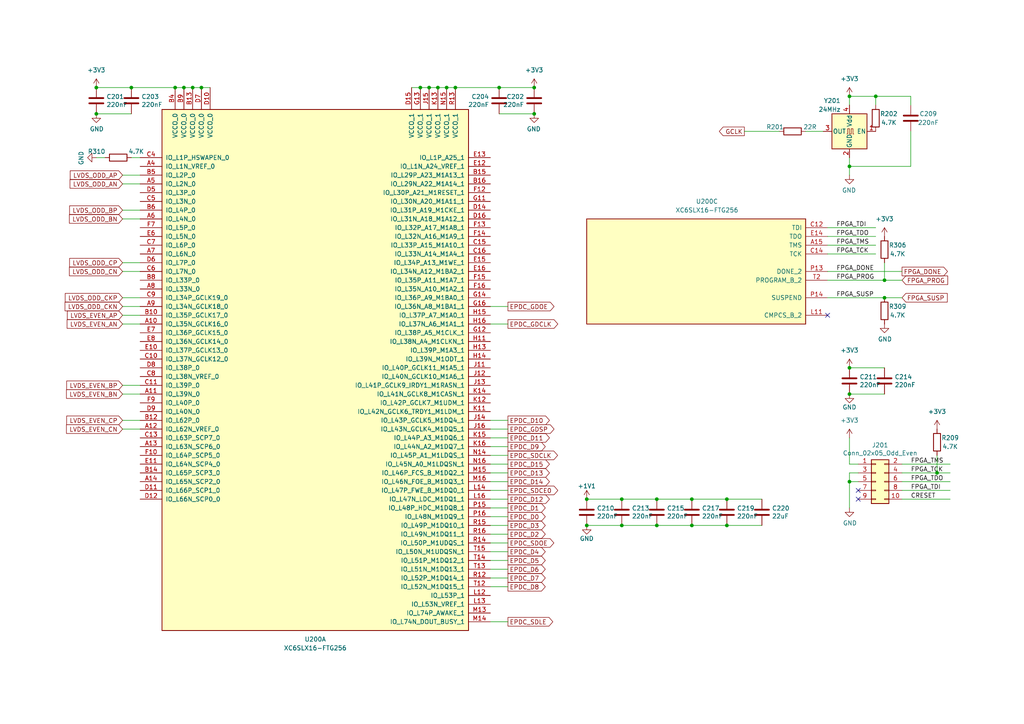
<source format=kicad_sch>
(kicad_sch (version 20211123) (generator eeschema)
  (paper "A4")
  (title_block (title "Caster EPDC") (date "2022-07-03") (rev "R0.4") (company "Copyright 2022 Modos / Engineer: Wenting Zhang"))
  (lib_symbols
    (symbol "Connector_Generic:Conn_02x05_Odd_Even" (pin_names (offset 1.016) hide)
      (property "Reference" "J" (at 1.27 7.62 0))
      (property "Value" "Conn_02x05_Odd_Even" (at 1.27 -7.62 0))
      (symbol "Conn_02x05_Odd_Even_1_1"
        (rectangle (start -1.27 -4.953) (end 0 -5.207) (stroke (width 0.1524)))
        (rectangle (start -1.27 -2.413) (end 0 -2.667) (stroke (width 0.1524)))
        (rectangle (start -1.27 0.127) (end 0 -0.127) (stroke (width 0.1524)))
        (rectangle (start -1.27 2.667) (end 0 2.413) (stroke (width 0.1524)))
        (rectangle (start -1.27 5.207) (end 0 4.953) (stroke (width 0.1524)))
        (rectangle (start -1.27 6.35) (end 3.81 -6.35) (stroke (width 0.254)) (fill (type background)))
        (rectangle (start 3.81 -4.953) (end 2.54 -5.207) (stroke (width 0.1524)))
        (rectangle (start 3.81 -2.413) (end 2.54 -2.667) (stroke (width 0.1524)))
        (rectangle (start 3.81 0.127) (end 2.54 -0.127) (stroke (width 0.1524)))
        (rectangle (start 3.81 2.667) (end 2.54 2.413) (stroke (width 0.1524)))
        (rectangle (start 3.81 5.207) (end 2.54 4.953) (stroke (width 0.1524)))
        (pin passive line (at -5.08 5.08 0) (length 3.81) (name "Pin_1") (number "1"))
        (pin passive line (at 7.62 -5.08 180) (length 3.81) (name "Pin_10") (number "10"))
        (pin passive line (at 7.62 5.08 180) (length 3.81) (name "Pin_2") (number "2"))
        (pin passive line (at -5.08 2.54 0) (length 3.81) (name "Pin_3") (number "3"))
        (pin passive line (at 7.62 2.54 180) (length 3.81) (name "Pin_4") (number "4"))
        (pin passive line (at -5.08 0 0) (length 3.81) (name "Pin_5") (number "5"))
        (pin passive line (at 7.62 0 180) (length 3.81) (name "Pin_6") (number "6"))
        (pin passive line (at -5.08 -2.54 0) (length 3.81) (name "Pin_7") (number "7"))
        (pin passive line (at 7.62 -2.54 180) (length 3.81) (name "Pin_8") (number "8"))
        (pin passive line (at -5.08 -5.08 0) (length 3.81) (name "Pin_9") (number "9"))
      )
    )
    (symbol "Device:C" (pin_numbers hide) (pin_names (offset 0.254))
      (property "Reference" "C" (at 0.635 2.54 0))
      (property "Value" "C" (at 0.635 -2.54 0))
      (symbol "C_0_1"
        (polyline (pts (xy -2.032 -0.762) (xy 2.032 -0.762)) (stroke (width 0.508)))
        (polyline (pts (xy -2.032 0.762) (xy 2.032 0.762)) (stroke (width 0.508)))
      )
      (symbol "C_1_1"
        (pin passive line (at 0 3.81 270) (length 2.794) (name "~") (number "1"))
        (pin passive line (at 0 -3.81 90) (length 2.794) (name "~") (number "2"))
      )
    )
    (symbol "Device:R" (pin_numbers hide) (pin_names (offset 0))
      (property "Reference" "R" (at 2.032 0 90))
      (property "Value" "R" (at 0 0 90))
      (symbol "R_0_1"
        (rectangle (start -1.016 -2.54) (end 1.016 2.54) (stroke (width 0.254)))
      )
      (symbol "R_1_1"
        (pin passive line (at 0 3.81 270) (length 1.27) (name "~") (number "1"))
        (pin passive line (at 0 -3.81 90) (length 1.27) (name "~") (number "2"))
      )
    )
    (symbol "FPGA_Xilinx_Spartan6:XC6SLX16-FTG256" (pin_names (offset 1.016))
      (property "Reference" "U" (at 0 1.27 0))
      (property "Value" "XC6SLX16-FTG256" (at 0 -1.27 0))
      (symbol "XC6SLX16-FTG256_1_1"
        (rectangle (start -44.45 72.39) (end 44.45 -78.74) (stroke (width 0.254)) (fill (type background)))
        (pin bidirectional line (at -50.8 10.16 0) (length 6.35) (name "IO_L35N_GCLK16_0") (number "A10"))
        (pin bidirectional line (at -50.8 -10.16 0) (length 6.35) (name "IO_L39N_0") (number "A11"))
        (pin bidirectional line (at -50.8 -20.32 0) (length 6.35) (name "IO_L62N_VREF_0") (number "A12"))
        (pin bidirectional line (at -50.8 -25.4 0) (length 6.35) (name "IO_L63N_SCP6_0") (number "A13"))
        (pin bidirectional line (at -50.8 -35.56 0) (length 6.35) (name "IO_L65N_SCP2_0") (number "A14"))
        (pin bidirectional line (at -50.8 55.88 0) (length 6.35) (name "IO_L1N_VREF_0") (number "A4"))
        (pin bidirectional line (at -50.8 50.8 0) (length 6.35) (name "IO_L2N_0") (number "A5"))
        (pin bidirectional line (at -50.8 40.64 0) (length 6.35) (name "IO_L4N_0") (number "A6"))
        (pin bidirectional line (at -50.8 30.48 0) (length 6.35) (name "IO_L6N_0") (number "A7"))
        (pin bidirectional line (at -50.8 20.32 0) (length 6.35) (name "IO_L33N_0") (number "A8"))
        (pin bidirectional line (at -50.8 15.24 0) (length 6.35) (name "IO_L34N_GCLK18_0") (number "A9"))
        (pin bidirectional line (at -50.8 12.7 0) (length 6.35) (name "IO_L35P_GCLK17_0") (number "B10"))
        (pin bidirectional line (at -50.8 -17.78 0) (length 6.35) (name "IO_L62P_0") (number "B12"))
        (pin power_in line (at -35.56 78.74 270) (length 6.35) (name "VCCO_0") (number "B13"))
        (pin bidirectional line (at -50.8 -33.02 0) (length 6.35) (name "IO_L65P_SCP3_0") (number "B14"))
        (pin bidirectional line (at 50.8 53.34 180) (length 6.35) (name "IO_L29P_A23_M1A13_1") (number "B15"))
        (pin bidirectional line (at 50.8 50.8 180) (length 6.35) (name "IO_L29N_A22_M1A14_1") (number "B16"))
        (pin power_in line (at -40.64 78.74 270) (length 6.35) (name "VCCO_0") (number "B4"))
        (pin bidirectional line (at -50.8 53.34 0) (length 6.35) (name "IO_L2P_0") (number "B5"))
        (pin bidirectional line (at -50.8 43.18 0) (length 6.35) (name "IO_L4P_0") (number "B6"))
        (pin bidirectional line (at -50.8 22.86 0) (length 6.35) (name "IO_L33P_0") (number "B8"))
        (pin power_in line (at -38.1 78.74 270) (length 6.35) (name "VCCO_0") (number "B9"))
        (pin bidirectional line (at -50.8 0 0) (length 6.35) (name "IO_L37N_GCLK12_0") (number "C10"))
        (pin bidirectional line (at -50.8 -7.62 0) (length 6.35) (name "IO_L39P_0") (number "C11"))
        (pin bidirectional line (at -50.8 -22.86 0) (length 6.35) (name "IO_L63P_SCP7_0") (number "C13"))
        (pin bidirectional line (at 50.8 33.02 180) (length 6.35) (name "IO_L33P_A15_M1A10_1") (number "C15"))
        (pin bidirectional line (at 50.8 30.48 180) (length 6.35) (name "IO_L33N_A14_M1A4_1") (number "C16"))
        (pin bidirectional line (at -50.8 58.42 0) (length 6.35) (name "IO_L1P_HSWAPEN_0") (number "C4"))
        (pin bidirectional line (at -50.8 45.72 0) (length 6.35) (name "IO_L3N_0") (number "C5"))
        (pin bidirectional line (at -50.8 25.4 0) (length 6.35) (name "IO_L7N_0") (number "C6"))
        (pin bidirectional line (at -50.8 33.02 0) (length 6.35) (name "IO_L6P_0") (number "C7"))
        (pin bidirectional line (at -50.8 -5.08 0) (length 6.35) (name "IO_L38N_VREF_0") (number "C8"))
        (pin bidirectional line (at -50.8 17.78 0) (length 6.35) (name "IO_L34P_GCLK19_0") (number "C9"))
        (pin power_in line (at -30.48 78.74 270) (length 6.35) (name "VCCO_0") (number "D10"))
        (pin bidirectional line (at -50.8 -38.1 0) (length 6.35) (name "IO_L66P_SCP1_0") (number "D11"))
        (pin bidirectional line (at -50.8 -40.64 0) (length 6.35) (name "IO_L66N_SCP0_0") (number "D12"))
        (pin bidirectional line (at 50.8 43.18 180) (length 6.35) (name "IO_L31P_A19_M1CKE_1") (number "D14"))
        (pin power_in line (at 27.94 78.74 270) (length 6.35) (name "VCCO_1") (number "D15"))
        (pin bidirectional line (at 50.8 40.64 180) (length 6.35) (name "IO_L31N_A18_M1A12_1") (number "D16"))
        (pin bidirectional line (at -50.8 48.26 0) (length 6.35) (name "IO_L3P_0") (number "D5"))
        (pin bidirectional line (at -50.8 27.94 0) (length 6.35) (name "IO_L7P_0") (number "D6"))
        (pin power_in line (at -33.02 78.74 270) (length 6.35) (name "VCCO_0") (number "D7"))
        (pin bidirectional line (at -50.8 -2.54 0) (length 6.35) (name "IO_L38P_0") (number "D8"))
        (pin bidirectional line (at -50.8 -15.24 0) (length 6.35) (name "IO_L40N_0") (number "D9"))
        (pin bidirectional line (at -50.8 2.54 0) (length 6.35) (name "IO_L37P_GCLK13_0") (number "E10"))
        (pin bidirectional line (at -50.8 -30.48 0) (length 6.35) (name "IO_L64N_SCP4_0") (number "E11"))
        (pin bidirectional line (at 50.8 55.88 180) (length 6.35) (name "IO_L1N_A24_VREF_1") (number "E12"))
        (pin bidirectional line (at 50.8 58.42 180) (length 6.35) (name "IO_L1P_A25_1") (number "E13"))
        (pin bidirectional line (at 50.8 27.94 180) (length 6.35) (name "IO_L34P_A13_M1WE_1") (number "E15"))
        (pin bidirectional line (at 50.8 25.4 180) (length 6.35) (name "IO_L34N_A12_M1BA2_1") (number "E16"))
        (pin bidirectional line (at -50.8 35.56 0) (length 6.35) (name "IO_L5N_0") (number "E6"))
        (pin bidirectional line (at -50.8 7.62 0) (length 6.35) (name "IO_L36P_GCLK15_0") (number "E7"))
        (pin bidirectional line (at -50.8 5.08 0) (length 6.35) (name "IO_L36N_GCLK14_0") (number "E8"))
        (pin bidirectional line (at -50.8 -27.94 0) (length 6.35) (name "IO_L64P_SCP5_0") (number "F10"))
        (pin bidirectional line (at 50.8 48.26 180) (length 6.35) (name "IO_L30P_A21_M1RESET_1") (number "F12"))
        (pin bidirectional line (at 50.8 38.1 180) (length 6.35) (name "IO_L32P_A17_M1A8_1") (number "F13"))
        (pin bidirectional line (at 50.8 35.56 180) (length 6.35) (name "IO_L32N_A16_M1A9_1") (number "F14"))
        (pin bidirectional line (at 50.8 22.86 180) (length 6.35) (name "IO_L35P_A11_M1A7_1") (number "F15"))
        (pin bidirectional line (at 50.8 20.32 180) (length 6.35) (name "IO_L35N_A10_M1A2_1") (number "F16"))
        (pin bidirectional line (at -50.8 38.1 0) (length 6.35) (name "IO_L5P_0") (number "F7"))
        (pin bidirectional line (at -50.8 -12.7 0) (length 6.35) (name "IO_L40P_0") (number "F9"))
        (pin bidirectional line (at 50.8 45.72 180) (length 6.35) (name "IO_L30N_A20_M1A11_1") (number "G11"))
        (pin bidirectional line (at 50.8 7.62 180) (length 6.35) (name "IO_L38P_A5_M1CLK_1") (number "G12"))
        (pin power_in line (at 30.48 78.74 270) (length 6.35) (name "VCCO_1") (number "G13"))
        (pin bidirectional line (at 50.8 17.78 180) (length 6.35) (name "IO_L36P_A9_M1BA0_1") (number "G14"))
        (pin bidirectional line (at 50.8 15.24 180) (length 6.35) (name "IO_L36N_A8_M1BA1_1") (number "G16"))
        (pin bidirectional line (at 50.8 5.08 180) (length 6.35) (name "IO_L38N_A4_M1CLKN_1") (number "H11"))
        (pin bidirectional line (at 50.8 2.54 180) (length 6.35) (name "IO_L39P_M1A3_1") (number "H13"))
        (pin bidirectional line (at 50.8 0 180) (length 6.35) (name "IO_L39N_M1ODT_1") (number "H14"))
        (pin bidirectional line (at 50.8 12.7 180) (length 6.35) (name "IO_L37P_A7_M1A0_1") (number "H15"))
        (pin bidirectional line (at 50.8 10.16 180) (length 6.35) (name "IO_L37N_A6_M1A1_1") (number "H16"))
        (pin bidirectional line (at 50.8 -2.54 180) (length 6.35) (name "IO_L40P_GCLK11_M1A5_1") (number "J11"))
        (pin bidirectional line (at 50.8 -5.08 180) (length 6.35) (name "IO_L40N_GCLK10_M1A6_1") (number "J12"))
        (pin bidirectional line (at 50.8 -7.62 180) (length 6.35) (name "IO_L41P_GCLK9_IRDY1_M1RASN_1") (number "J13"))
        (pin bidirectional line (at 50.8 -17.78 180) (length 6.35) (name "IO_L43P_GCLK5_M1DQ4_1") (number "J14"))
        (pin power_in line (at 33.02 78.74 270) (length 6.35) (name "VCCO_1") (number "J15"))
        (pin bidirectional line (at 50.8 -20.32 180) (length 6.35) (name "IO_L43N_GCLK4_M1DQ5_1") (number "J16"))
        (pin bidirectional line (at 50.8 -15.24 180) (length 6.35) (name "IO_L42N_GCLK6_TRDY1_M1LDM_1") (number "K11"))
        (pin bidirectional line (at 50.8 -12.7 180) (length 6.35) (name "IO_L42P_GCLK7_M1UDM_1") (number "K12"))
        (pin power_in line (at 35.56 78.74 270) (length 6.35) (name "VCCO_1") (number "K13"))
        (pin bidirectional line (at 50.8 -10.16 180) (length 6.35) (name "IO_L41N_GCLK8_M1CASN_1") (number "K14"))
        (pin bidirectional line (at 50.8 -22.86 180) (length 6.35) (name "IO_L44P_A3_M1DQ6_1") (number "K15"))
        (pin bidirectional line (at 50.8 -25.4 180) (length 6.35) (name "IO_L44N_A2_M1DQ7_1") (number "K16"))
        (pin bidirectional line (at 50.8 -68.58 180) (length 6.35) (name "IO_L53P_1") (number "L12"))
        (pin bidirectional line (at 50.8 -71.12 180) (length 6.35) (name "IO_L53N_VREF_1") (number "L13"))
        (pin bidirectional line (at 50.8 -38.1 180) (length 6.35) (name "IO_L47P_FWE_B_M1DQ0_1") (number "L14"))
        (pin bidirectional line (at 50.8 -40.64 180) (length 6.35) (name "IO_L47N_LDC_M1DQ1_1") (number "L16"))
        (pin bidirectional line (at 50.8 -73.66 180) (length 6.35) (name "IO_L74P_AWAKE_1") (number "M13"))
        (pin bidirectional line (at 50.8 -76.2 180) (length 6.35) (name "IO_L74N_DOUT_BUSY_1") (number "M14"))
        (pin bidirectional line (at 50.8 -33.02 180) (length 6.35) (name "IO_L46P_FCS_B_M1DQ2_1") (number "M15"))
        (pin bidirectional line (at 50.8 -35.56 180) (length 6.35) (name "IO_L46N_FOE_B_M1DQ3_1") (number "M16"))
        (pin bidirectional line (at 50.8 -27.94 180) (length 6.35) (name "IO_L45P_A1_M1LDQS_1") (number "N14"))
        (pin power_in line (at 38.1 78.74 270) (length 6.35) (name "VCCO_1") (number "N15"))
        (pin bidirectional line (at 50.8 -30.48 180) (length 6.35) (name "IO_L45N_A0_M1LDQSN_1") (number "N16"))
        (pin bidirectional line (at 50.8 -43.18 180) (length 6.35) (name "IO_L48P_HDC_M1DQ8_1") (number "P15"))
        (pin bidirectional line (at 50.8 -45.72 180) (length 6.35) (name "IO_L48N_M1DQ9_1") (number "P16"))
        (pin bidirectional line (at 50.8 -63.5 180) (length 6.35) (name "IO_L52P_M1DQ14_1") (number "R12"))
        (pin power_in line (at 40.64 78.74 270) (length 6.35) (name "VCCO_1") (number "R13"))
        (pin bidirectional line (at 50.8 -53.34 180) (length 6.35) (name "IO_L50P_M1UDQS_1") (number "R14"))
        (pin bidirectional line (at 50.8 -48.26 180) (length 6.35) (name "IO_L49P_M1DQ10_1") (number "R15"))
        (pin bidirectional line (at 50.8 -50.8 180) (length 6.35) (name "IO_L49N_M1DQ11_1") (number "R16"))
        (pin bidirectional line (at 50.8 -66.04 180) (length 6.35) (name "IO_L52N_M1DQ15_1") (number "T12"))
        (pin bidirectional line (at 50.8 -60.96 180) (length 6.35) (name "IO_L51N_M1DQ13_1") (number "T13"))
        (pin bidirectional line (at 50.8 -58.42 180) (length 6.35) (name "IO_L51P_M1DQ12_1") (number "T14"))
        (pin bidirectional line (at 50.8 -55.88 180) (length 6.35) (name "IO_L50N_M1UDQSN_1") (number "T15"))
      )
      (symbol "XC6SLX16-FTG256_2_1"
        (rectangle (start -44.45 72.39) (end 44.45 -78.74) (stroke (width 0.254)) (fill (type background)))
        (pin bidirectional line (at 50.8 -55.88 180) (length 6.35) (name "IO_L52N_M3A9_3") (number "A2"))
        (pin bidirectional line (at 50.8 -76.2 180) (length 6.35) (name "IO_L83N_VREF_3") (number "A3"))
        (pin bidirectional line (at 50.8 -45.72 180) (length 6.35) (name "IO_L50N_M3BA2_3") (number "B1"))
        (pin bidirectional line (at 50.8 -53.34 180) (length 6.35) (name "IO_L52P_M3A8_3") (number "B2"))
        (pin bidirectional line (at 50.8 -73.66 180) (length 6.35) (name "IO_L83P_3") (number "B3"))
        (pin bidirectional line (at 50.8 -43.18 180) (length 6.35) (name "IO_L50P_M3WE_3") (number "C1"))
        (pin bidirectional line (at 50.8 -35.56 180) (length 6.35) (name "IO_L48N_M3BA1_3") (number "C2"))
        (pin bidirectional line (at 50.8 -33.02 180) (length 6.35) (name "IO_L48P_M3BA0_3") (number "C3"))
        (pin bidirectional line (at 50.8 -40.64 180) (length 6.35) (name "IO_L49N_M3A2_3") (number "D1"))
        (pin power_in line (at 30.48 78.74 270) (length 6.35) (name "VCCO_3") (number "D2"))
        (pin bidirectional line (at 50.8 -38.1 180) (length 6.35) (name "IO_L49P_M3A7_3") (number "D3"))
        (pin bidirectional line (at 50.8 -25.4 180) (length 6.35) (name "IO_L46N_M3CLKN_3") (number "E1"))
        (pin bidirectional line (at 50.8 -22.86 180) (length 6.35) (name "IO_L46P_M3CLK_3") (number "E2"))
        (pin bidirectional line (at 50.8 -66.04 180) (length 6.35) (name "IO_L54N_M3A11_3") (number "E3"))
        (pin bidirectional line (at 50.8 -63.5 180) (length 6.35) (name "IO_L54P_M3RESET_3") (number "E4"))
        (pin bidirectional line (at 50.8 0 180) (length 6.35) (name "IO_L41N_GCLK26_M3DQ5_3") (number "F1"))
        (pin bidirectional line (at 50.8 2.54 180) (length 6.35) (name "IO_L41P_GCLK27_M3DQ4_3") (number "F2"))
        (pin bidirectional line (at 50.8 -60.96 180) (length 6.35) (name "IO_L53N_M3A12_3") (number "F3"))
        (pin bidirectional line (at 50.8 -58.42 180) (length 6.35) (name "IO_L53P_M3CKE_3") (number "F4"))
        (pin bidirectional line (at 50.8 -71.12 180) (length 6.35) (name "IO_L55N_M3A14_3") (number "F5"))
        (pin bidirectional line (at 50.8 -68.58 180) (length 6.35) (name "IO_L55P_M3A13_3") (number "F6"))
        (pin bidirectional line (at 50.8 5.08 180) (length 6.35) (name "IO_L40N_M3DQ7_3") (number "G1"))
        (pin bidirectional line (at 50.8 7.62 180) (length 6.35) (name "IO_L40P_M3DQ6_3") (number "G3"))
        (pin power_in line (at 33.02 78.74 270) (length 6.35) (name "VCCO_3") (number "G4"))
        (pin bidirectional line (at 50.8 -50.8 180) (length 6.35) (name "IO_L51N_M3A4_3") (number "G5"))
        (pin bidirectional line (at 50.8 -48.26 180) (length 6.35) (name "IO_L51P_M3A10_3") (number "G6"))
        (pin bidirectional line (at 50.8 10.16 180) (length 6.35) (name "IO_L39N_M3LDQSN_3") (number "H1"))
        (pin bidirectional line (at 50.8 12.7 180) (length 6.35) (name "IO_L39P_M3LDQS_3") (number "H2"))
        (pin bidirectional line (at 50.8 -15.24 180) (length 6.35) (name "IO_L44N_GCLK20_M3A6_3") (number "H3"))
        (pin bidirectional line (at 50.8 -12.7 180) (length 6.35) (name "IO_L44P_GCLK21_M3A5_3") (number "H4"))
        (pin bidirectional line (at 50.8 -10.16 180) (length 6.35) (name "IO_L43N_GCLK22_IRDY2_M3CASN_3") (number "H5"))
        (pin bidirectional line (at 50.8 15.24 180) (length 6.35) (name "IO_L38N_M3DQ3_3") (number "J1"))
        (pin power_in line (at 35.56 78.74 270) (length 6.35) (name "VCCO_3") (number "J2"))
        (pin bidirectional line (at 50.8 17.78 180) (length 6.35) (name "IO_L38P_M3DQ2_3") (number "J3"))
        (pin bidirectional line (at 50.8 -5.08 180) (length 6.35) (name "IO_L42N_GCLK24_M3LDM_3") (number "J4"))
        (pin bidirectional line (at 50.8 -7.62 180) (length 6.35) (name "IO_L43P_GCLK23_M3RASN_3") (number "J6"))
        (pin bidirectional line (at 50.8 20.32 180) (length 6.35) (name "IO_L37N_M3DQ1_3") (number "K1"))
        (pin bidirectional line (at 50.8 22.86 180) (length 6.35) (name "IO_L37P_M3DQ0_3") (number "K2"))
        (pin bidirectional line (at 50.8 -2.54 180) (length 6.35) (name "IO_L42P_GCLK25_TRDY2_M3UDM_3") (number "K3"))
        (pin power_in line (at 38.1 78.74 270) (length 6.35) (name "VCCO_3") (number "K4"))
        (pin bidirectional line (at 50.8 -27.94 180) (length 6.35) (name "IO_L47P_M3A0_3") (number "K5"))
        (pin bidirectional line (at 50.8 -30.48 180) (length 6.35) (name "IO_L47N_M3A1_3") (number "K6"))
        (pin bidirectional line (at 50.8 25.4 180) (length 6.35) (name "IO_L36N_M3DQ9_3") (number "L1"))
        (pin bidirectional line (at -50.8 27.94 0) (length 6.35) (name "IO_L16P_2") (number "L10"))
        (pin bidirectional line (at 50.8 27.94 180) (length 6.35) (name "IO_L36P_M3DQ8_3") (number "L3"))
        (pin bidirectional line (at 50.8 -17.78 180) (length 6.35) (name "IO_L45P_M3A3_3") (number "L4"))
        (pin bidirectional line (at 50.8 -20.32 180) (length 6.35) (name "IO_L45N_M3ODT_3") (number "L5"))
        (pin bidirectional line (at -50.8 -20.32 0) (length 6.35) (name "IO_L62N_D6_2") (number "L7"))
        (pin bidirectional line (at -50.8 -17.78 0) (length 6.35) (name "IO_L62P_D5_2") (number "L8"))
        (pin bidirectional line (at 50.8 30.48 180) (length 6.35) (name "IO_L35N_M3DQ11_3") (number "M1"))
        (pin bidirectional line (at -50.8 25.4 0) (length 6.35) (name "IO_L16N_VREF_2") (number "M10"))
        (pin bidirectional line (at -50.8 50.8 0) (length 6.35) (name "IO_L2N_CMPMOSI_2") (number "M11"))
        (pin bidirectional line (at -50.8 53.34 0) (length 6.35) (name "IO_L2P_CMPCLK_2") (number "M12"))
        (pin bidirectional line (at 50.8 33.02 180) (length 6.35) (name "IO_L35P_M3DQ10_3") (number "M2"))
        (pin bidirectional line (at 50.8 55.88 180) (length 6.35) (name "IO_L1N_VREF_3") (number "M3"))
        (pin bidirectional line (at 50.8 58.42 180) (length 6.35) (name "IO_L1P_3") (number "M4"))
        (pin bidirectional line (at 50.8 53.34 180) (length 6.35) (name "IO_L2P_3") (number "M5"))
        (pin bidirectional line (at -50.8 -27.94 0) (length 6.35) (name "IO_L64P_D8_2") (number "M6"))
        (pin bidirectional line (at -50.8 5.08 0) (length 6.35) (name "IO_L31N_GCLK30_D15_2") (number "M7"))
        (pin bidirectional line (at -50.8 17.78 0) (length 6.35) (name "IO_L29P_GCLK3_2") (number "M9"))
        (pin bidirectional line (at 50.8 35.56 180) (length 6.35) (name "IO_L34N_M3UDQSN_3") (number "N1"))
        (pin power_in line (at -38.1 78.74 270) (length 6.35) (name "VCCO_2") (number "N10"))
        (pin bidirectional line (at -50.8 38.1 0) (length 6.35) (name "IO_L13P_M1_2") (number "N11"))
        (pin bidirectional line (at -50.8 43.18 0) (length 6.35) (name "IO_L12P_D1_MISO2_2") (number "N12"))
        (pin power_in line (at 40.64 78.74 270) (length 6.35) (name "VCCO_3") (number "N2"))
        (pin bidirectional line (at 50.8 38.1 180) (length 6.35) (name "IO_L34P_M3UDQS_3") (number "N3"))
        (pin bidirectional line (at 50.8 50.8 180) (length 6.35) (name "IO_L2N_3") (number "N4"))
        (pin bidirectional line (at -50.8 -12.7 0) (length 6.35) (name "IO_L49P_D3_2") (number "N5"))
        (pin bidirectional line (at -50.8 -30.48 0) (length 6.35) (name "IO_L64N_D9_2") (number "N6"))
        (pin power_in line (at -40.64 78.74 270) (length 6.35) (name "VCCO_2") (number "N7"))
        (pin bidirectional line (at -50.8 15.24 0) (length 6.35) (name "IO_L29N_GCLK2_2") (number "N8"))
        (pin bidirectional line (at -50.8 33.02 0) (length 6.35) (name "IO_L14P_D11_2") (number "N9"))
        (pin bidirectional line (at 50.8 40.64 180) (length 6.35) (name "IO_L33N_M3DQ13_3") (number "P1"))
        (pin bidirectional line (at -50.8 48.26 0) (length 6.35) (name "IO_L3P_D0_DIN_MISO_MISO1_2") (number "P10"))
        (pin bidirectional line (at -50.8 35.56 0) (length 6.35) (name "IO_L13N_D10_2") (number "P11"))
        (pin bidirectional line (at -50.8 40.64 0) (length 6.35) (name "IO_L12N_D2_MISO3_2") (number "P12"))
        (pin bidirectional line (at 50.8 43.18 180) (length 6.35) (name "IO_L33P_M3DQ12_3") (number "P2"))
        (pin bidirectional line (at -50.8 -22.86 0) (length 6.35) (name "IO_L63P_2") (number "P4"))
        (pin bidirectional line (at -50.8 -15.24 0) (length 6.35) (name "IO_L49N_D4_2") (number "P5"))
        (pin bidirectional line (at -50.8 -2.54 0) (length 6.35) (name "IO_L47P_2") (number "P6"))
        (pin bidirectional line (at -50.8 7.62 0) (length 6.35) (name "IO_L31P_GCLK31_D14_2") (number "P7"))
        (pin bidirectional line (at -50.8 12.7 0) (length 6.35) (name "IO_L30P_GCLK1_D13_2") (number "P8"))
        (pin bidirectional line (at -50.8 30.48 0) (length 6.35) (name "IO_L14N_D12_2") (number "P9"))
        (pin bidirectional line (at 50.8 45.72 180) (length 6.35) (name "IO_L32N_M3DQ15_3") (number "R1"))
        (pin bidirectional line (at -50.8 58.42 0) (length 6.35) (name "IO_L1P_CCLK_2") (number "R11"))
        (pin bidirectional line (at 50.8 48.26 180) (length 6.35) (name "IO_L32P_M3DQ14_3") (number "R2"))
        (pin bidirectional line (at -50.8 -33.02 0) (length 6.35) (name "IO_L65P_INIT_B_2") (number "R3"))
        (pin power_in line (at -35.56 78.74 270) (length 6.35) (name "VCCO_2") (number "R4"))
        (pin bidirectional line (at -50.8 -7.62 0) (length 6.35) (name "IO_L48P_D7_2") (number "R5"))
        (pin bidirectional line (at -50.8 2.54 0) (length 6.35) (name "IO_L32P_GCLK29_2") (number "R7"))
        (pin power_in line (at -33.02 78.74 270) (length 6.35) (name "VCCO_2") (number "R8"))
        (pin bidirectional line (at -50.8 22.86 0) (length 6.35) (name "IO_L23P_2") (number "R9"))
        (pin bidirectional line (at -50.8 45.72 0) (length 6.35) (name "IO_L3N_MOSI_CSI_B_MISO0_2") (number "T10"))
        (pin bidirectional line (at -50.8 55.88 0) (length 6.35) (name "IO_L1N_M0_CMPMISO_2") (number "T11"))
        (pin bidirectional line (at -50.8 -35.56 0) (length 6.35) (name "IO_L65N_CSO_B_2") (number "T3"))
        (pin bidirectional line (at -50.8 -25.4 0) (length 6.35) (name "IO_L63N_2") (number "T4"))
        (pin bidirectional line (at -50.8 -10.16 0) (length 6.35) (name "IO_L48N_RDWR_B_VREF_2") (number "T5"))
        (pin bidirectional line (at -50.8 -5.08 0) (length 6.35) (name "IO_L47N_2") (number "T6"))
        (pin bidirectional line (at -50.8 0 0) (length 6.35) (name "IO_L32N_GCLK28_2") (number "T7"))
        (pin bidirectional line (at -50.8 10.16 0) (length 6.35) (name "IO_L30N_GCLK0_USERCCLK_2") (number "T8"))
        (pin bidirectional line (at -50.8 20.32 0) (length 6.35) (name "IO_L23N_2") (number "T9"))
      )
      (symbol "XC6SLX16-FTG256_3_1"
        (rectangle (start -31.75 15.24) (end 31.75 -15.24) (stroke (width 0.254)) (fill (type background)))
        (pin bidirectional line (at 38.1 7.62 180) (length 6.35) (name "TMS") (number "A15"))
        (pin bidirectional line (at 38.1 12.7 180) (length 6.35) (name "TDI") (number "C12"))
        (pin bidirectional line (at 38.1 5.08 180) (length 6.35) (name "TCK") (number "C14"))
        (pin bidirectional line (at 38.1 10.16 180) (length 6.35) (name "TDO") (number "E14"))
        (pin bidirectional line (at 38.1 -12.7 180) (length 6.35) (name "CMPCS_B_2") (number "L11"))
        (pin bidirectional line (at 38.1 0 180) (length 6.35) (name "DONE_2") (number "P13"))
        (pin bidirectional line (at 38.1 -7.62 180) (length 6.35) (name "SUSPEND") (number "P14"))
        (pin bidirectional line (at 38.1 -2.54 180) (length 6.35) (name "PROGRAM_B_2") (number "T2"))
      )
      (symbol "XC6SLX16-FTG256_4_1"
        (rectangle (start -19.05 30.48) (end 19.05 -30.48) (stroke (width 0.254)) (fill (type background)))
        (pin power_in line (at -25.4 2.54 0) (length 6.35) (name "GND") (number "A1"))
        (pin power_in line (at -25.4 0 0) (length 6.35) (name "GND") (number "A16"))
        (pin power_in line (at -25.4 -5.08 0) (length 6.35) (name "GND") (number "B11"))
        (pin power_in line (at -25.4 -2.54 0) (length 6.35) (name "GND") (number "B7"))
        (pin power_in line (at -25.4 -10.16 0) (length 6.35) (name "GND") (number "D13"))
        (pin power_in line (at -25.4 -7.62 0) (length 6.35) (name "GND") (number "D4"))
        (pin power_in line (at -25.4 27.94 0) (length 6.35) (name "VCCAUX") (number "E5"))
        (pin power_in line (at -25.4 -12.7 0) (length 6.35) (name "GND") (number "E9"))
        (pin power_in line (at -25.4 22.86 0) (length 6.35) (name "VCCAUX") (number "F11"))
        (pin power_in line (at -25.4 25.4 0) (length 6.35) (name "VCCAUX") (number "F8"))
        (pin power_in line (at -25.4 20.32 0) (length 6.35) (name "VCCAUX") (number "G10"))
        (pin power_in line (at -25.4 -20.32 0) (length 6.35) (name "GND") (number "G15"))
        (pin power_in line (at -25.4 -15.24 0) (length 6.35) (name "GND") (number "G2"))
        (pin power_in line (at 25.4 27.94 180) (length 6.35) (name "VCCINT") (number "G7"))
        (pin power_in line (at -25.4 -17.78 0) (length 6.35) (name "GND") (number "G8"))
        (pin power_in line (at 25.4 25.4 180) (length 6.35) (name "VCCINT") (number "G9"))
        (pin power_in line (at 25.4 20.32 180) (length 6.35) (name "VCCINT") (number "H10"))
        (pin power_in line (at -25.4 -27.94 0) (length 6.35) (name "GND") (number "H12"))
        (pin power_in line (at -25.4 17.78 0) (length 6.35) (name "VCCAUX") (number "H6"))
        (pin power_in line (at -25.4 -22.86 0) (length 6.35) (name "GND") (number "H7"))
        (pin power_in line (at 25.4 22.86 180) (length 6.35) (name "VCCINT") (number "H8"))
        (pin power_in line (at -25.4 -25.4 0) (length 6.35) (name "GND") (number "H9"))
        (pin power_in line (at -25.4 15.24 0) (length 6.35) (name "VCCAUX") (number "J10"))
        (pin power_in line (at 25.4 2.54 180) (length 6.35) (name "GND") (number "J5"))
        (pin power_in line (at 25.4 17.78 180) (length 6.35) (name "VCCINT") (number "J7"))
        (pin power_in line (at 25.4 0 180) (length 6.35) (name "GND") (number "J8"))
        (pin power_in line (at 25.4 15.24 180) (length 6.35) (name "VCCINT") (number "J9"))
        (pin power_in line (at 25.4 10.16 180) (length 6.35) (name "VCCINT") (number "K10"))
        (pin power_in line (at 25.4 -2.54 180) (length 6.35) (name "GND") (number "K7"))
        (pin power_in line (at 25.4 12.7 180) (length 6.35) (name "VCCINT") (number "K8"))
        (pin power_in line (at 25.4 -5.08 180) (length 6.35) (name "GND") (number "K9"))
        (pin power_in line (at 25.4 -10.16 180) (length 6.35) (name "GND") (number "L15"))
        (pin power_in line (at 25.4 -7.62 180) (length 6.35) (name "GND") (number "L2"))
        (pin power_in line (at -25.4 12.7 0) (length 6.35) (name "VCCAUX") (number "L6"))
        (pin power_in line (at -25.4 10.16 0) (length 6.35) (name "VCCAUX") (number "L9"))
        (pin power_in line (at 25.4 -12.7 180) (length 6.35) (name "GND") (number "M8"))
        (pin power_in line (at 25.4 -15.24 180) (length 6.35) (name "GND") (number "N13"))
        (pin power_in line (at 25.4 -17.78 180) (length 6.35) (name "GND") (number "P3"))
        (pin power_in line (at 25.4 -22.86 180) (length 6.35) (name "GND") (number "R10"))
        (pin power_in line (at 25.4 -20.32 180) (length 6.35) (name "GND") (number "R6"))
        (pin power_in line (at 25.4 -25.4 180) (length 6.35) (name "GND") (number "T1"))
        (pin power_in line (at 25.4 -27.94 180) (length 6.35) (name "GND") (number "T16"))
      )
    )
    (symbol "Oscillator:ASE-xxxMHz" (pin_names (offset 0.254))
      (property "Reference" "X" (at -5.08 6.35 0))
      (property "Value" "ASE-xxxMHz" (at 1.27 -6.35 0))
      (symbol "ASE-xxxMHz_0_1"
        (rectangle (start -5.08 5.08) (end 5.08 -5.08) (stroke (width 0.254)) (fill (type background)))
        (polyline (pts (xy -1.27 -0.762) (xy -1.016 -0.762) (xy -1.016 0.762) (xy -0.508 0.762) (xy -0.508 -0.762) (xy 0 -0.762) (xy 0 0.762) (xy 0.508 0.762) (xy 0.508 -0.762) (xy 0.762 -0.762)))
      )
      (symbol "ASE-xxxMHz_1_1"
        (pin input line (at -7.62 0 0) (length 2.54) (name "EN") (number "1"))
        (pin power_in line (at 0 -7.62 90) (length 2.54) (name "GND") (number "2"))
        (pin output line (at 7.62 0 180) (length 2.54) (name "OUT") (number "3"))
        (pin power_in line (at 0 7.62 270) (length 2.54) (name "Vdd") (number "4"))
      )
    )
    (symbol "power:+1V1" (power) (pin_names (offset 0))
      (property "Value" "+1V1" (at 0 3.556 0))
      (symbol "+1V1_0_1"
        (polyline (pts (xy -0.762 1.27) (xy 0 2.54)))
        (polyline (pts (xy 0 0) (xy 0 2.54)))
        (polyline (pts (xy 0 2.54) (xy 0.762 1.27)))
      )
      (symbol "+1V1_1_1"
        (pin power_in line (at 0 0 90) (length 0) hide (name "+1V1") (number "1"))
      )
    )
    (symbol "power:+3V3" (power) (pin_names (offset 0))
      (property "Value" "+3V3" (at 0 3.556 0))
      (symbol "+3V3_0_1"
        (polyline (pts (xy -0.762 1.27) (xy 0 2.54)))
        (polyline (pts (xy 0 0) (xy 0 2.54)))
        (polyline (pts (xy 0 2.54) (xy 0.762 1.27)))
      )
      (symbol "+3V3_1_1"
        (pin power_in line (at 0 0 90) (length 0) hide (name "+3V3") (number "1"))
      )
    )
    (symbol "power:GND" (power) (pin_names (offset 0))
      (property "Value" "GND" (at 0 -3.81 0))
      (symbol "GND_0_1"
        (polyline (pts (xy 0 0) (xy 0 -1.27) (xy 1.27 -1.27) (xy 0 -2.54) (xy -1.27 -1.27) (xy 0 -1.27)))
      )
      (symbol "GND_1_1"
        (pin power_in line (at 0 0 270) (length 0) hide (name "GND") (number "1"))
      )
    )
  )
  (junction (at 190.5 144.78) (diameter 0.9144))
  (junction (at 154.94 33.02))
  (junction (at 210.82 144.78))
  (junction (at 27.94 25.4))
  (junction (at 50.8 25.4))
  (junction (at 170.18 152.4) (diameter 0.9144))
  (junction (at 144.78 25.4) (diameter 0.9144))
  (junction (at 154.94 25.4))
  (junction (at 38.1 25.4) (diameter 0.9144))
  (junction (at 124.46 25.4))
  (junction (at 256.54 81.28))
  (junction (at 127 25.4))
  (junction (at 58.42 25.4))
  (junction (at 246.38 106.68))
  (junction (at 254 27.94))
  (junction (at 180.34 144.78) (diameter 0.9144))
  (junction (at 210.82 152.4))
  (junction (at 246.38 114.3))
  (junction (at 180.34 152.4) (diameter 0.9144))
  (junction (at 170.18 144.78))
  (junction (at 53.34 25.4))
  (junction (at 129.54 25.4))
  (junction (at 121.92 25.4))
  (junction (at 190.5 152.4) (diameter 0.9144))
  (junction (at 55.88 25.4))
  (junction (at 200.66 144.78) (diameter 0.9144))
  (junction (at 27.94 33.02))
  (junction (at 256.54 86.36))
  (junction (at 246.38 139.7) (diameter 0.9144))
  (junction (at 246.38 48.26))
  (junction (at 200.66 152.4) (diameter 0.9144))
  (junction (at 246.38 27.94))
  (junction (at 132.08 25.4))
  (junction (at 271.78 137.16) (diameter 0.9144))
  (no_connect (at 248.92 142.24))
  (no_connect (at 248.92 144.78))
  (no_connect (at 240.03 91.44))
  (wire (pts (xy 55.88 25.4) (xy 58.42 25.4)))
  (wire (pts (xy 58.42 25.4) (xy 60.96 25.4)))
  (wire (pts (xy 200.66 152.4) (xy 190.5 152.4)))
  (wire (pts (xy 240.03 66.04) (xy 254 66.04)))
  (wire (pts (xy 35.56 124.46) (xy 40.64 124.46)))
  (wire (pts (xy 254 27.94) (xy 254 30.48)))
  (wire (pts (xy 35.56 93.98) (xy 40.64 93.98)))
  (wire (pts (xy 154.94 25.4) (xy 144.78 25.4)))
  (wire (pts (xy 142.24 144.78) (xy 147.32 144.78)))
  (wire (pts (xy 248.92 137.16) (xy 246.38 137.16)))
  (wire (pts (xy 233.68 38.1) (xy 238.76 38.1)))
  (wire (pts (xy 254 68.58) (xy 240.03 68.58)))
  (wire (pts (xy 142.24 121.92) (xy 147.32 121.92)))
  (wire (pts (xy 142.24 154.94) (xy 147.32 154.94)))
  (wire (pts (xy 256.54 86.36) (xy 261.62 86.36)))
  (wire (pts (xy 35.56 111.76) (xy 40.64 111.76)))
  (wire (pts (xy 275.59 134.62) (xy 261.62 134.62)))
  (wire (pts (xy 142.24 167.64) (xy 147.32 167.64)))
  (wire (pts (xy 246.38 106.68) (xy 256.54 106.68)))
  (wire (pts (xy 190.5 144.78) (xy 180.34 144.78)))
  (wire (pts (xy 142.24 170.18) (xy 147.32 170.18)))
  (wire (pts (xy 35.56 60.96) (xy 40.64 60.96)))
  (wire (pts (xy 35.56 78.74) (xy 40.64 78.74)))
  (wire (pts (xy 38.1 45.72) (xy 40.64 45.72)))
  (wire (pts (xy 142.24 180.34) (xy 147.32 180.34)))
  (wire (pts (xy 256.54 76.2) (xy 256.54 81.28)))
  (wire (pts (xy 142.24 152.4) (xy 147.32 152.4)))
  (wire (pts (xy 240.03 78.74) (xy 261.62 78.74)))
  (wire (pts (xy 35.56 76.2) (xy 40.64 76.2)))
  (wire (pts (xy 246.38 48.26) (xy 246.38 50.8)))
  (wire (pts (xy 246.38 45.72) (xy 246.38 48.26)))
  (wire (pts (xy 27.94 45.72) (xy 30.48 45.72)))
  (wire (pts (xy 254 71.12) (xy 240.03 71.12)))
  (wire (pts (xy 271.78 137.16) (xy 261.62 137.16)))
  (wire (pts (xy 170.18 144.78) (xy 180.34 144.78)))
  (wire (pts (xy 142.24 165.1) (xy 147.32 165.1)))
  (wire (pts (xy 119.38 25.4) (xy 121.92 25.4)))
  (wire (pts (xy 121.92 25.4) (xy 124.46 25.4)))
  (wire (pts (xy 124.46 25.4) (xy 127 25.4)))
  (wire (pts (xy 246.38 137.16) (xy 246.38 139.7)))
  (wire (pts (xy 248.92 139.7) (xy 246.38 139.7)))
  (wire (pts (xy 35.56 86.36) (xy 40.64 86.36)))
  (wire (pts (xy 142.24 162.56) (xy 147.32 162.56)))
  (wire (pts (xy 35.56 91.44) (xy 40.64 91.44)))
  (wire (pts (xy 142.24 147.32) (xy 147.32 147.32)))
  (wire (pts (xy 35.56 121.92) (xy 40.64 121.92)))
  (wire (pts (xy 254 73.66) (xy 240.03 73.66)))
  (wire (pts (xy 264.16 27.94) (xy 254 27.94)))
  (wire (pts (xy 264.16 27.94) (xy 264.16 30.48)))
  (wire (pts (xy 246.38 139.7) (xy 246.38 147.32)))
  (wire (pts (xy 35.56 53.34) (xy 40.64 53.34)))
  (wire (pts (xy 271.78 132.08) (xy 271.78 137.16)))
  (wire (pts (xy 142.24 137.16) (xy 147.32 137.16)))
  (wire (pts (xy 35.56 63.5) (xy 40.64 63.5)))
  (wire (pts (xy 142.24 124.46) (xy 147.32 124.46)))
  (wire (pts (xy 240.03 86.36) (xy 256.54 86.36)))
  (wire (pts (xy 256.54 81.28) (xy 261.62 81.28)))
  (wire (pts (xy 142.24 149.86) (xy 147.32 149.86)))
  (wire (pts (xy 246.38 134.62) (xy 248.92 134.62)))
  (wire (pts (xy 261.62 144.78) (xy 275.59 144.78)))
  (wire (pts (xy 256.54 114.3) (xy 246.38 114.3)))
  (wire (pts (xy 215.9 38.1) (xy 226.06 38.1)))
  (wire (pts (xy 142.24 139.7) (xy 147.32 139.7)))
  (wire (pts (xy 38.1 33.02) (xy 27.94 33.02)))
  (wire (pts (xy 240.03 81.28) (xy 256.54 81.28)))
  (wire (pts (xy 142.24 88.9) (xy 147.32 88.9)))
  (wire (pts (xy 180.34 152.4) (xy 170.18 152.4)))
  (wire (pts (xy 200.66 144.78) (xy 210.82 144.78)))
  (wire (pts (xy 210.82 144.78) (xy 220.98 144.78)))
  (wire (pts (xy 142.24 134.62) (xy 147.32 134.62)))
  (wire (pts (xy 264.16 38.1) (xy 264.16 48.26)))
  (wire (pts (xy 264.16 48.26) (xy 246.38 48.26)))
  (wire (pts (xy 246.38 127) (xy 246.38 134.62)))
  (wire (pts (xy 142.24 127) (xy 147.32 127)))
  (wire (pts (xy 38.1 25.4) (xy 50.8 25.4)))
  (wire (pts (xy 50.8 25.4) (xy 53.34 25.4)))
  (wire (pts (xy 53.34 25.4) (xy 55.88 25.4)))
  (wire (pts (xy 275.59 137.16) (xy 271.78 137.16)))
  (wire (pts (xy 142.24 132.08) (xy 147.32 132.08)))
  (wire (pts (xy 35.56 114.3) (xy 40.64 114.3)))
  (wire (pts (xy 129.54 25.4) (xy 127 25.4)))
  (wire (pts (xy 132.08 25.4) (xy 129.54 25.4)))
  (wire (pts (xy 144.78 25.4) (xy 132.08 25.4)))
  (wire (pts (xy 142.24 160.02) (xy 147.32 160.02)))
  (wire (pts (xy 190.5 152.4) (xy 180.34 152.4)))
  (wire (pts (xy 275.59 142.24) (xy 261.62 142.24)))
  (wire (pts (xy 144.78 33.02) (xy 154.94 33.02)))
  (wire (pts (xy 142.24 93.98) (xy 147.32 93.98)))
  (wire (pts (xy 200.66 152.4) (xy 210.82 152.4)))
  (wire (pts (xy 210.82 152.4) (xy 220.98 152.4)))
  (wire (pts (xy 246.38 27.94) (xy 246.38 30.48)))
  (wire (pts (xy 200.66 144.78) (xy 190.5 144.78)))
  (wire (pts (xy 142.24 129.54) (xy 147.32 129.54)))
  (wire (pts (xy 246.38 27.94) (xy 254 27.94)))
  (wire (pts (xy 142.24 157.48) (xy 147.32 157.48)))
  (wire (pts (xy 27.94 25.4) (xy 38.1 25.4)))
  (wire (pts (xy 275.59 139.7) (xy 261.62 139.7)))
  (wire (pts (xy 35.56 50.8) (xy 40.64 50.8)))
  (wire (pts (xy 142.24 142.24) (xy 147.32 142.24)))
  (wire (pts (xy 35.56 88.9) (xy 40.64 88.9)))
  (label "FPGA_TMS" (at 242.57 71.12 0))
  (label "FPGA_PROG" (at 242.57 81.28 0))
  (label "FPGA_DONE" (at 242.57 78.74 0))
  (label "FPGA_TMS" (at 264.16 134.62 0))
  (label "FPGA_TCK" (at 242.57 73.66 0))
  (label "FPGA_SUSP" (at 242.57 86.36 0))
  (label "CRESET" (at 264.16 144.78 0))
  (label "FPGA_TCK" (at 264.16 137.16 0))
  (label "FPGA_TDO" (at 242.57 68.58 0))
  (label "FPGA_TDI" (at 242.57 66.04 0))
  (label "FPGA_TDI" (at 264.16 142.24 0))
  (label "FPGA_TDO" (at 264.16 139.7 0))
  (global_label "LVDS_ODD_BP" (shape input) (at 35.56 60.96 180) (property "Intersheet References" "${INTERSHEET_REFS}" (effects hide)))
  (global_label "EPDC_D6" (shape output) (at 147.32 165.1 0) (property "Intersheet References" "${INTERSHEET_REFS}" (effects hide)))
  (global_label "EPDC_SDCLK" (shape output) (at 147.32 132.08 0) (property "Intersheet References" "${INTERSHEET_REFS}" (effects hide)))
  (global_label "EPDC_D9" (shape output) (at 147.32 129.54 0) (property "Intersheet References" "${INTERSHEET_REFS}" (effects hide)))
  (global_label "LVDS_EVEN_BN" (shape input) (at 35.56 114.3 180) (property "Intersheet References" "${INTERSHEET_REFS}" (effects hide)))
  (global_label "LVDS_EVEN_CN" (shape input) (at 35.56 124.46 180) (property "Intersheet References" "${INTERSHEET_REFS}" (effects hide)))
  (global_label "EPDC_D13" (shape output) (at 147.32 137.16 0) (property "Intersheet References" "${INTERSHEET_REFS}" (effects hide)))
  (global_label "FPGA_DONE" (shape output) (at 261.62 78.74 0) (property "Intersheet References" "${INTERSHEET_REFS}" (effects hide)))
  (global_label "EPDC_D11" (shape output) (at 147.32 127 0) (property "Intersheet References" "${INTERSHEET_REFS}" (effects hide)))
  (global_label "LVDS_EVEN_AN" (shape input) (at 35.56 93.98 180) (property "Intersheet References" "${INTERSHEET_REFS}" (effects hide)))
  (global_label "EPDC_GDOE" (shape output) (at 147.32 88.9 0) (property "Intersheet References" "${INTERSHEET_REFS}" (effects hide)))
  (global_label "EPDC_D3" (shape output) (at 147.32 152.4 0) (property "Intersheet References" "${INTERSHEET_REFS}" (effects hide)))
  (global_label "EPDC_D0" (shape output) (at 147.32 149.86 0) (property "Intersheet References" "${INTERSHEET_REFS}" (effects hide)))
  (global_label "EPDC_GDSP" (shape output) (at 147.32 124.46 0) (property "Intersheet References" "${INTERSHEET_REFS}" (effects hide)))
  (global_label "EPDC_D15" (shape output) (at 147.32 134.62 0) (property "Intersheet References" "${INTERSHEET_REFS}" (effects hide)))
  (global_label "EPDC_D4" (shape output) (at 147.32 160.02 0) (property "Intersheet References" "${INTERSHEET_REFS}" (effects hide)))
  (global_label "LVDS_ODD_CP" (shape input) (at 35.56 76.2 180) (property "Intersheet References" "${INTERSHEET_REFS}" (effects hide)))
  (global_label "EPDC_SDOE" (shape output) (at 147.32 157.48 0) (property "Intersheet References" "${INTERSHEET_REFS}" (effects hide)))
  (global_label "LVDS_ODD_AP" (shape input) (at 35.56 50.8 180) (property "Intersheet References" "${INTERSHEET_REFS}" (effects hide)))
  (global_label "LVDS_ODD_CKP" (shape input) (at 35.56 86.36 180) (property "Intersheet References" "${INTERSHEET_REFS}" (effects hide)))
  (global_label "EPDC_SDCE0" (shape output) (at 147.32 142.24 0) (property "Intersheet References" "${INTERSHEET_REFS}" (effects hide)))
  (global_label "EPDC_D10" (shape output) (at 147.32 121.92 0) (property "Intersheet References" "${INTERSHEET_REFS}" (effects hide)))
  (global_label "LVDS_ODD_BN" (shape input) (at 35.56 63.5 180) (property "Intersheet References" "${INTERSHEET_REFS}" (effects hide)))
  (global_label "LVDS_ODD_CN" (shape input) (at 35.56 78.74 180) (property "Intersheet References" "${INTERSHEET_REFS}" (effects hide)))
  (global_label "FPGA_PROG" (shape input) (at 261.62 81.28 0) (property "Intersheet References" "${INTERSHEET_REFS}" (effects hide)))
  (global_label "LVDS_EVEN_BP" (shape input) (at 35.56 111.76 180) (property "Intersheet References" "${INTERSHEET_REFS}" (effects hide)))
  (global_label "GCLK" (shape output) (at 215.9 38.1 180) (property "Intersheet References" "${INTERSHEET_REFS}" (effects hide)))
  (global_label "FPGA_SUSP" (shape input) (at 261.62 86.36 0) (property "Intersheet References" "${INTERSHEET_REFS}" (effects hide)))
  (global_label "LVDS_EVEN_CP" (shape input) (at 35.56 121.92 180) (property "Intersheet References" "${INTERSHEET_REFS}" (effects hide)))
  (global_label "EPDC_D8" (shape output) (at 147.32 170.18 0) (property "Intersheet References" "${INTERSHEET_REFS}" (effects hide)))
  (global_label "LVDS_ODD_CKN" (shape input) (at 35.56 88.9 180) (property "Intersheet References" "${INTERSHEET_REFS}" (effects hide)))
  (global_label "LVDS_EVEN_AP" (shape input) (at 35.56 91.44 180) (property "Intersheet References" "${INTERSHEET_REFS}" (effects hide)))
  (global_label "EPDC_D7" (shape output) (at 147.32 167.64 0) (property "Intersheet References" "${INTERSHEET_REFS}" (effects hide)))
  (global_label "EPDC_D14" (shape output) (at 147.32 139.7 0) (property "Intersheet References" "${INTERSHEET_REFS}" (effects hide)))
  (global_label "EPDC_D2" (shape output) (at 147.32 154.94 0) (property "Intersheet References" "${INTERSHEET_REFS}" (effects hide)))
  (global_label "EPDC_SDLE" (shape output) (at 147.32 180.34 0) (property "Intersheet References" "${INTERSHEET_REFS}" (effects hide)))
  (global_label "LVDS_ODD_AN" (shape input) (at 35.56 53.34 180) (property "Intersheet References" "${INTERSHEET_REFS}" (effects hide)))
  (global_label "EPDC_D5" (shape output) (at 147.32 162.56 0) (property "Intersheet References" "${INTERSHEET_REFS}" (effects hide)))
  (global_label "EPDC_GDCLK" (shape output) (at 147.32 93.98 0) (property "Intersheet References" "${INTERSHEET_REFS}" (effects hide)))
  (global_label "EPDC_D12" (shape output) (at 147.32 144.78 0) (property "Intersheet References" "${INTERSHEET_REFS}" (effects hide)))
  (global_label "EPDC_D1" (shape output) (at 147.32 147.32 0) (property "Intersheet References" "${INTERSHEET_REFS}" (effects hide)))
  (symbol (lib_id "power:GND") (at 246.38 147.32 0) (unit 1)
    (property "Reference" "#PWR0219" (effects hide))
    (property "Value" "GND" (at 246.507 151.7142 0))
  )
  (symbol (lib_id "power:+3V3") (at 256.54 68.58 0) (unit 1)
    (property "Reference" "#PWR0312" (effects hide))
    (property "Value" "+3V3" (at 256.54 63.5 0))
  )
  (symbol (lib_id "Device:C") (at 264.16 34.29 0) (mirror x) (unit 1)
    (property "Reference" "C209" (at 269.24 33.02 0))
    (property "Value" "220nF" (at 269.24 35.56 0))
    (property "Footprint" "Capacitor_SMD:C_0402_1005Metric" (effects hide))
    (property "LCSC" "C880414" (effects hide))
    (property "Ref.Price" "0.0036" (effects hide))
  )
  (symbol (lib_id "power:GND") (at 246.38 114.3 0) (unit 1)
    (property "Reference" "#PWR0212" (effects hide))
    (property "Value" "GND" (at 246.38 118.11 0))
  )
  (symbol (lib_id "Device:R") (at 256.54 72.39 0) (mirror y) (unit 1)
    (property "Reference" "R306" (at 260.35 71.12 0))
    (property "Value" "4.7K" (at 260.35 73.66 0))
    (property "Footprint" "Resistor_SMD:R_0402_1005Metric" (effects hide))
    (property "LCSC" "C105870" (effects hide))
    (property "Ref.Price" "0.0006" (effects hide))
  )
  (symbol (lib_id "Device:C") (at 220.98 148.59 0) (unit 1)
    (property "Reference" "C220" (at 223.901 147.4216 0) (effects (justify left)))
    (property "Value" "22uF" (at 223.901 149.733 0) (effects (justify left)))
    (property "Footprint" "Capacitor_SMD:C_0603_1608Metric" (effects hide))
    (property "LCSC" "C94018" (effects hide))
    (property "Ref.Price" "0.0301" (effects hide))
  )
  (symbol (lib_id "Device:C") (at 38.1 29.21 0) (unit 1)
    (property "Reference" "C203" (at 41.021 28.0416 0) (effects (justify left)))
    (property "Value" "220nF" (at 41.021 30.353 0) (effects (justify left)))
    (property "Footprint" "Capacitor_SMD:C_0402_1005Metric" (effects hide))
    (property "LCSC" "C880414" (effects hide))
    (property "Ref.Price" "0.0036" (effects hide))
  )
  (symbol (lib_id "Device:R") (at 34.29 45.72 90) (unit 1)
    (property "Reference" "R310" (at 30.5816 43.942 90) (effects (justify left)))
    (property "Value" "4.7K" (at 41.783 43.942 90) (effects (justify left)))
    (property "Footprint" "Resistor_SMD:R_0402_1005Metric" (effects hide))
    (property "LCSC" "C105870" (effects hide))
    (property "Ref.Price" "0.0006" (effects hide))
  )
  (symbol (lib_id "power:+3V3") (at 271.78 124.46 0) (unit 1)
    (property "Reference" "#PWR0223" (effects hide))
    (property "Value" "+3V3" (at 271.78 119.38 0))
  )
  (symbol (lib_id "Device:C") (at 256.54 110.49 0) (unit 1)
    (property "Reference" "C214" (at 259.461 109.3216 0) (effects (justify left)))
    (property "Value" "220nF" (at 259.461 111.633 0) (effects (justify left)))
    (property "Footprint" "Capacitor_SMD:C_0402_1005Metric" (effects hide))
    (property "LCSC" "C880414" (effects hide))
    (property "Ref.Price" "0.0036" (effects hide))
  )
  (symbol (lib_id "power:GND") (at 170.18 152.4 0) (unit 1)
    (property "Reference" "#PWR0210" (effects hide))
    (property "Value" "GND" (at 170.18 156.21 0))
  )
  (symbol (lib_id "Device:R") (at 256.54 90.17 0) (mirror y) (unit 1)
    (property "Reference" "R309" (at 260.35 88.9 0))
    (property "Value" "4.7K" (at 260.35 91.44 0))
    (property "Footprint" "Resistor_SMD:R_0402_1005Metric" (effects hide))
    (property "LCSC" "C105870" (effects hide))
    (property "Ref.Price" "0.0006" (effects hide))
  )
  (symbol (lib_id "Device:C") (at 154.94 29.21 0) (mirror y) (unit 1)
    (property "Reference" "C202" (at 152.019 28.0416 0) (effects (justify left)))
    (property "Value" "220nF" (at 152.019 30.353 0) (effects (justify left)))
    (property "Footprint" "Capacitor_SMD:C_0402_1005Metric" (effects hide))
    (property "LCSC" "C880414" (effects hide))
    (property "Ref.Price" "0.0036" (effects hide))
  )
  (symbol (lib_id "Device:C") (at 27.94 29.21 0) (unit 1)
    (property "Reference" "C201" (at 30.861 28.0416 0) (effects (justify left)))
    (property "Value" "220nF" (at 30.861 30.353 0) (effects (justify left)))
    (property "Footprint" "Capacitor_SMD:C_0402_1005Metric" (effects hide))
    (property "LCSC" "C880414" (effects hide))
    (property "Ref.Price" "0.0036" (effects hide))
  )
  (symbol (lib_id "Device:C") (at 190.5 148.59 0) (unit 1)
    (property "Reference" "C215" (at 193.421 147.4216 0) (effects (justify left)))
    (property "Value" "220nF" (at 193.421 149.733 0) (effects (justify left)))
    (property "Footprint" "Capacitor_SMD:C_0402_1005Metric" (effects hide))
    (property "LCSC" "C880414" (effects hide))
    (property "Ref.Price" "0.0036" (effects hide))
  )
  (symbol (lib_id "power:+1V1") (at 170.18 144.78 0) (unit 1)
    (property "Reference" "#PWR0209" (effects hide))
    (property "Value" "+1V1" (at 170.18 140.97 0))
  )
  (symbol (lib_id "Device:C") (at 170.18 148.59 0) (unit 1)
    (property "Reference" "C210" (at 173.101 147.4216 0) (effects (justify left)))
    (property "Value" "220nF" (at 173.101 149.733 0) (effects (justify left)))
    (property "Footprint" "Capacitor_SMD:C_0402_1005Metric" (effects hide))
    (property "LCSC" "C880414" (effects hide))
    (property "Ref.Price" "0.0036" (effects hide))
  )
  (symbol (lib_id "power:GND") (at 154.94 33.02 0) (mirror y) (unit 1)
    (property "Reference" "#PWR0204" (effects hide))
    (property "Value" "GND" (at 154.813 37.4142 0))
  )
  (symbol (lib_id "power:GND") (at 246.38 50.8 0) (mirror y) (unit 1)
    (property "Reference" "#PWR0206" (effects hide))
    (property "Value" "GND" (at 246.253 55.1942 0))
  )
  (symbol (lib_id "Device:C") (at 200.66 148.59 0) (unit 1)
    (property "Reference" "C217" (at 203.581 147.4216 0) (effects (justify left)))
    (property "Value" "220nF" (at 203.581 149.733 0) (effects (justify left)))
    (property "Footprint" "Capacitor_SMD:C_0402_1005Metric" (effects hide))
    (property "LCSC" "C880414" (effects hide))
    (property "Ref.Price" "0.0036" (effects hide))
  )
  (symbol (lib_id "FPGA_Xilinx_Spartan6:XC6SLX16-FTG256") (at 91.44 104.14 0) (unit 1)
    (property "Reference" "U200" (at 91.44 185.42 0))
    (property "Value" "XC6SLX16-FTG256" (at 91.44 187.96 0))
    (property "Footprint" "footprints:Xilinx_FTG256" (effects hide))
    (property "LCSC" "C39313" (effects hide))
    (property "Ref.Price" "7.4837" (effects hide))
  )
  (symbol (lib_id "power:+3V3") (at 246.38 127 0) (unit 1)
    (property "Reference" "#PWR0218" (effects hide))
    (property "Value" "+3V3" (at 246.38 121.92 0))
  )
  (symbol (lib_id "power:GND") (at 27.94 33.02 0) (unit 1)
    (property "Reference" "#PWR0202" (effects hide))
    (property "Value" "GND" (at 28.067 37.4142 0))
  )
  (symbol (lib_id "FPGA_Xilinx_Spartan6:XC6SLX16-FTG256") (at 201.93 78.74 0) (unit 3)
    (property "Reference" "U200" (at 205.0415 58.42 0))
    (property "Value" "XC6SLX16-FTG256" (at 205.0415 60.96 0))
    (property "Footprint" "footprints:Xilinx_FTG256" (effects hide))
    (property "LCSC" "C39313" (effects hide))
    (property "Ref.Price" "7.4837" (effects hide))
  )
  (symbol (lib_id "Device:C") (at 246.38 110.49 0) (unit 1)
    (property "Reference" "C211" (at 249.301 109.3216 0) (effects (justify left)))
    (property "Value" "220nF" (at 249.301 111.633 0) (effects (justify left)))
    (property "Footprint" "Capacitor_SMD:C_0402_1005Metric" (effects hide))
    (property "LCSC" "C880414" (effects hide))
    (property "Ref.Price" "0.0036" (effects hide))
  )
  (symbol (lib_id "Device:R") (at 271.78 128.27 0) (mirror y) (unit 1)
    (property "Reference" "R209" (at 275.59 127 0))
    (property "Value" "4.7K" (at 275.59 129.54 0))
    (property "Footprint" "Resistor_SMD:R_0402_1005Metric" (effects hide))
    (property "LCSC" "C105870" (effects hide))
    (property "Ref.Price" "0.0006" (effects hide))
  )
  (symbol (lib_id "power:+3V3") (at 27.94 25.4 0) (mirror y) (unit 1)
    (property "Reference" "#PWR0601" (effects hide))
    (property "Value" "+3V3" (at 27.94 20.32 0))
  )
  (symbol (lib_id "Device:C") (at 210.82 148.59 0) (unit 1)
    (property "Reference" "C219" (at 213.741 147.4216 0) (effects (justify left)))
    (property "Value" "220nF" (at 213.741 149.733 0) (effects (justify left)))
    (property "Footprint" "Capacitor_SMD:C_0402_1005Metric" (effects hide))
    (property "LCSC" "C880414" (effects hide))
    (property "Ref.Price" "0.0036" (effects hide))
  )
  (symbol (lib_id "power:GND") (at 27.94 45.72 270) (unit 1)
    (property "Reference" "#PWR0105" (effects hide))
    (property "Value" "GND" (at 23.5458 45.847 0))
  )
  (symbol (lib_id "power:+3V3") (at 246.38 106.68 0) (unit 1)
    (property "Reference" "#PWR0128" (effects hide))
    (property "Value" "+3V3" (at 246.38 101.6 0))
  )
  (symbol (lib_id "power:GND") (at 256.54 93.98 0) (unit 1)
    (property "Reference" "#PWR0317" (effects hide))
    (property "Value" "GND" (at 256.667 98.3742 0))
  )
  (symbol (lib_id "Connector_Generic:Conn_02x05_Odd_Even") (at 254 139.7 0) (unit 1)
    (property "Reference" "J201" (at 255.27 129.108 0))
    (property "Value" "Conn_02x05_Odd_Even" (at 255.27 131.4196 0))
    (property "Footprint" "Connector_PinHeader_1.27mm:PinHeader_2x05_P1.27mm_Vertical_SMD" (effects hide))
    (property "LCSC" "-" (effects hide))
    (property "Ref.Price" "0" (effects hide))
  )
  (symbol (lib_id "Device:C") (at 144.78 29.21 0) (mirror y) (unit 1)
    (property "Reference" "C204" (at 141.859 28.0416 0) (effects (justify left)))
    (property "Value" "220nF" (at 141.859 30.353 0) (effects (justify left)))
    (property "Footprint" "Capacitor_SMD:C_0402_1005Metric" (effects hide))
    (property "LCSC" "C880414" (effects hide))
    (property "Ref.Price" "0.0036" (effects hide))
  )
  (symbol (lib_id "Device:R") (at 254 34.29 0) (mirror y) (unit 1)
    (property "Reference" "R202" (at 257.81 33.02 0))
    (property "Value" "4.7K" (at 257.81 35.56 0))
    (property "Footprint" "Resistor_SMD:R_0402_1005Metric" (effects hide))
    (property "LCSC" "C105870" (effects hide))
    (property "Ref.Price" "0.0006" (effects hide))
  )
  (symbol (lib_id "Oscillator:ASE-xxxMHz") (at 246.38 38.1 0) (mirror y) (unit 1)
    (property "Reference" "Y201" (at 243.84 29.21 0) (effects (justify left)))
    (property "Value" "24MHz" (at 243.84 31.75 0) (effects (justify left)))
    (property "Footprint" "Oscillator:Oscillator_SMD_Abracon_ASE-4Pin_3.2x2.5mm" (effects hide))
    (property "Datasheet" "http://www.abracon.com/Oscillators/ASV.pdf" (effects hide))
    (property "LCSC" "C252339" (effects hide))
    (property "Ref.Price" "0.5014" (effects hide))
  )
  (symbol (lib_id "Device:C") (at 180.34 148.59 0) (unit 1)
    (property "Reference" "C213" (at 183.261 147.4216 0) (effects (justify left)))
    (property "Value" "220nF" (at 183.261 149.733 0) (effects (justify left)))
    (property "Footprint" "Capacitor_SMD:C_0402_1005Metric" (effects hide))
    (property "LCSC" "C880414" (effects hide))
    (property "Ref.Price" "0.0036" (effects hide))
  )
  (symbol (lib_id "power:+3V3") (at 154.94 25.4 0) (mirror y) (unit 1)
    (property "Reference" "#PWR0203" (effects hide))
    (property "Value" "+3V3" (at 154.94 20.32 0))
  )
  (symbol (lib_id "power:+3V3") (at 246.38 27.94 0) (unit 1)
    (property "Reference" "#PWR0137" (effects hide))
    (property "Value" "+3V3" (at 246.38 22.86 0))
  )
  (symbol (lib_id "Device:R") (at 229.87 38.1 90) (unit 1)
    (property "Reference" "R201" (at 224.79 36.83 90))
    (property "Value" "22R" (at 234.95 36.83 90))
    (property "Footprint" "Resistor_SMD:R_0402_1005Metric" (effects hide))
    (property "LCSC" "C93929" (effects hide))
    (property "Ref.Price" "0.002" (effects hide))
  )
)
</source>
